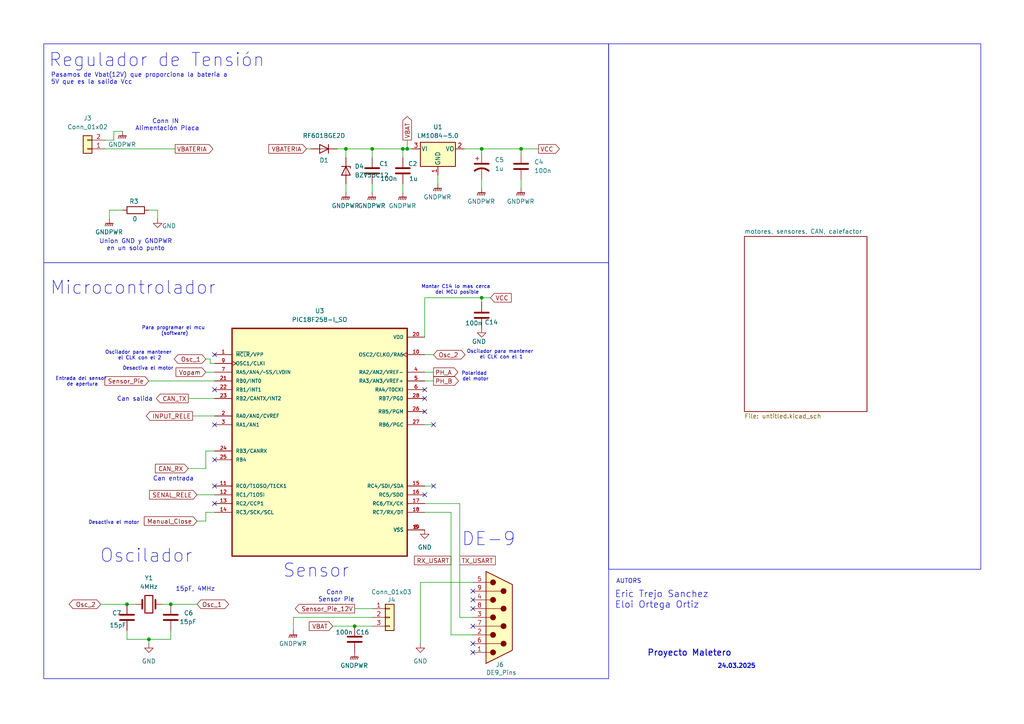
<source format=kicad_sch>
(kicad_sch (version 20250114) (generator "eeschema") (generator_version "9.0")
  (paper "A4")
  (lib_symbols
    (symbol "Connector:DE9_Pins" (pin_names (offset 1.016) (hide yes))
      (property "Reference" "J" (at 0 13.97 0))
      (property "Value" "DE9_Pins" (at 0 -14.605 0))
      (symbol "DE9_Pins_0_1"
        (polyline (pts (xy -3.81 10.16) (xy -2.54 10.16)))
        (polyline (pts (xy -3.81 7.62) (xy 0.508 7.62)))
        (polyline (pts (xy -3.81 5.08) (xy -2.54 5.08)))
        (polyline (pts (xy -3.81 2.54) (xy 0.508 2.54)))
        (polyline (pts (xy -3.81 0) (xy -2.54 0)))
        (polyline (pts (xy -3.81 -2.54) (xy 0.508 -2.54)))
        (polyline (pts (xy -3.81 -5.08) (xy -2.54 -5.08)))
        (polyline (pts (xy -3.81 -7.62) (xy 0.508 -7.62)))
        (polyline (pts (xy -3.81 -10.16) (xy -2.54 -10.16)))
        (polyline (pts (xy -3.81 -13.335) (xy -3.81 13.335) (xy 3.81 9.525) (xy 3.81 -9.525) (xy -3.81 -13.335)) (stroke (width 0.254)) (fill (type background)))
        (circle (center -1.778 10.16) (radius 0.762) (fill (type outline)))
        (circle (center -1.778 5.08) (radius 0.762) (fill (type outline)))
        (circle (center -1.778 0) (radius 0.762) (fill (type outline)))
        (circle (center -1.778 -5.08) (radius 0.762) (fill (type outline)))
        (circle (center -1.778 -10.16) (radius 0.762) (fill (type outline)))
        (circle (center 1.27 7.62) (radius 0.762) (fill (type outline)))
        (circle (center 1.27 2.54) (radius 0.762) (fill (type outline)))
        (circle (center 1.27 -2.54) (radius 0.762) (fill (type outline)))
        (circle (center 1.27 -7.62) (radius 0.762) (fill (type outline)))
      )
      (symbol "DE9_Pins_1_1"
        (pin passive line (at -7.62 10.16 0) (length 3.81) (name "5") (number "5"))
        (pin passive line (at -7.62 7.62 0) (length 3.81) (name "9") (number "9"))
        (pin passive line (at -7.62 5.08 0) (length 3.81) (name "4") (number "4"))
        (pin passive line (at -7.62 2.54 0) (length 3.81) (name "8") (number "8"))
        (pin passive line (at -7.62 0 0) (length 3.81) (name "3") (number "3"))
        (pin passive line (at -7.62 -2.54 0) (length 3.81) (name "7") (number "7"))
        (pin passive line (at -7.62 -5.08 0) (length 3.81) (name "2") (number "2"))
        (pin passive line (at -7.62 -7.62 0) (length 3.81) (name "6") (number "6"))
        (pin passive line (at -7.62 -10.16 0) (length 3.81) (name "1") (number "1"))
      )
    )
    (symbol "Connector_Generic:Conn_01x02" (pin_names (offset 1.016) (hide yes))
      (property "Reference" "J" (at 0 2.54 0))
      (property "Value" "Conn_01x02" (at 0 -5.08 0))
      (symbol "Conn_01x02_1_1"
        (rectangle (start -1.27 1.27) (end 1.27 -3.81) (stroke (width 0.254)) (fill (type background)))
        (rectangle (start -1.27 0.127) (end 0 -0.127) (stroke (width 0.1524)))
        (rectangle (start -1.27 -2.413) (end 0 -2.667) (stroke (width 0.1524)))
        (pin passive line (at -5.08 0 0) (length 3.81) (name "Pin_1") (number "1"))
        (pin passive line (at -5.08 -2.54 0) (length 3.81) (name "Pin_2") (number "2"))
      )
    )
    (symbol "Connector_Generic:Conn_01x03" (pin_names (offset 1.016) (hide yes))
      (property "Reference" "J" (at 0 5.08 0))
      (property "Value" "Conn_01x03" (at 0 -5.08 0))
      (symbol "Conn_01x03_1_1"
        (rectangle (start -1.27 3.81) (end 1.27 -3.81) (stroke (width 0.254)) (fill (type background)))
        (rectangle (start -1.27 2.667) (end 0 2.413) (stroke (width 0.1524)))
        (rectangle (start -1.27 0.127) (end 0 -0.127) (stroke (width 0.1524)))
        (rectangle (start -1.27 -2.413) (end 0 -2.667) (stroke (width 0.1524)))
        (pin passive line (at -5.08 2.54 0) (length 3.81) (name "Pin_1") (number "1"))
        (pin passive line (at -5.08 0 0) (length 3.81) (name "Pin_2") (number "2"))
        (pin passive line (at -5.08 -2.54 0) (length 3.81) (name "Pin_3") (number "3"))
      )
    )
    (symbol "Device:C" (pin_numbers (hide yes)) (pin_names (offset 0.254))
      (property "Reference" "C" (at 0.635 2.54 0))
      (property "Value" "C" (at 0.635 -2.54 0))
      (symbol "C_0_1"
        (polyline (pts (xy -2.032 0.762) (xy 2.032 0.762)) (stroke (width 0.508)))
        (polyline (pts (xy -2.032 -0.762) (xy 2.032 -0.762)) (stroke (width 0.508)))
      )
      (symbol "C_1_1"
        (pin passive line (at 0 3.81 270) (length 2.794) (name "~") (number "1"))
        (pin passive line (at 0 -3.81 90) (length 2.794) (name "~") (number "2"))
      )
    )
    (symbol "Device:C_Polarized_US" (pin_numbers (hide yes)) (pin_names (offset 0.254) (hide yes))
      (property "Reference" "C" (at 0.635 2.54 0))
      (property "Value" "C_Polarized_US" (at 0.635 -2.54 0))
      (symbol "C_Polarized_US_0_1"
        (polyline (pts (xy -2.032 0.762) (xy 2.032 0.762)) (stroke (width 0.508)))
        (polyline (pts (xy -1.778 2.286) (xy -0.762 2.286)))
        (polyline (pts (xy -1.27 1.778) (xy -1.27 2.794)))
        (arc (start -2.032 -1.27) (mid 0 -0.5572) (end 2.032 -1.27) (stroke (width 0.508)))
      )
      (symbol "C_Polarized_US_1_1"
        (pin passive line (at 0 3.81 270) (length 2.794) (name "~") (number "1"))
        (pin passive line (at 0 -3.81 90) (length 3.302) (name "~") (number "2"))
      )
    )
    (symbol "Device:Crystal" (pin_numbers (hide yes)) (pin_names (offset 1.016) (hide yes))
      (property "Reference" "Y" (at 0 3.81 0))
      (property "Value" "Crystal" (at 0 -3.81 0))
      (symbol "Crystal_0_1"
        (polyline (pts (xy -2.54 0) (xy -1.905 0)))
        (polyline (pts (xy -1.905 -1.27) (xy -1.905 1.27)) (stroke (width 0.508)))
        (rectangle (start -1.143 2.54) (end 1.143 -2.54) (stroke (width 0.3048)))
        (polyline (pts (xy 1.905 -1.27) (xy 1.905 1.27)) (stroke (width 0.508)))
        (polyline (pts (xy 2.54 0) (xy 1.905 0)))
      )
      (symbol "Crystal_1_1"
        (pin passive line (at -3.81 0 0) (length 1.27) (name "1") (number "1"))
        (pin passive line (at 3.81 0 180) (length 1.27) (name "2") (number "2"))
      )
    )
    (symbol "Device:D" (pin_numbers (hide yes)) (pin_names (offset 1.016) (hide yes))
      (property "Reference" "D" (at 0 2.54 0))
      (property "Value" "D" (at 0 -2.54 0))
      (symbol "D_0_1"
        (polyline (pts (xy -1.27 1.27) (xy -1.27 -1.27)) (stroke (width 0.254)))
        (polyline (pts (xy 1.27 1.27) (xy 1.27 -1.27) (xy -1.27 0) (xy 1.27 1.27)) (stroke (width 0.254)))
        (polyline (pts (xy 1.27 0) (xy -1.27 0)))
      )
      (symbol "D_1_1"
        (pin passive line (at -3.81 0 0) (length 2.54) (name "K") (number "1"))
        (pin passive line (at 3.81 0 180) (length 2.54) (name "A") (number "2"))
      )
    )
    (symbol "Device:R" (pin_numbers (hide yes)) (pin_names (offset 0))
      (property "Reference" "R" (at 2.032 0 90))
      (property "Value" "R" (at 0 0 90))
      (symbol "R_0_1"
        (rectangle (start -1.016 -2.54) (end 1.016 2.54) (stroke (width 0.254)))
      )
      (symbol "R_1_1"
        (pin passive line (at 0 3.81 270) (length 1.27) (name "~") (number "1"))
        (pin passive line (at 0 -3.81 90) (length 1.27) (name "~") (number "2"))
      )
    )
    (symbol "Diode:BZV55C12" (pin_numbers (hide yes)) (pin_names (hide yes))
      (property "Reference" "D" (at 0 2.54 0))
      (property "Value" "BZV55C12" (at 0 -2.54 0))
      (symbol "BZV55C12_0_1"
        (polyline (pts (xy -1.27 -1.27) (xy -1.27 1.27) (xy -0.762 1.27)) (stroke (width 0.254)))
        (polyline (pts (xy 1.27 0) (xy -1.27 0)))
        (polyline (pts (xy 1.27 -1.27) (xy 1.27 1.27) (xy -1.27 0) (xy 1.27 -1.27)) (stroke (width 0.254)))
      )
      (symbol "BZV55C12_1_1"
        (pin passive line (at -3.81 0 0) (length 2.54) (name "K") (number "1"))
        (pin passive line (at 3.81 0 180) (length 2.54) (name "A") (number "2"))
      )
    )
    (symbol "PIC18F258-I_SO:PIC18F258-I_SO" (pin_names (offset 1.016))
      (property "Reference" "U" (at -25.4 34.02 0))
      (property "Value" "PIC18F258-I_SO" (at -25.4 -37.02 0))
      (symbol "PIC18F258-I_SO_0_0"
        (rectangle (start -25.4 -33.02) (end 25.4 33.02) (stroke (width 0.41)) (fill (type background)))
        (pin input line (at -30.48 25.4 0) (length 5.08) (name "~{MCLR}/VPP") (number "1"))
        (pin input clock (at -30.48 22.86 0) (length 5.08) (name "OSC1/CLKI") (number "9"))
        (pin input line (at -30.48 20.32 0) (length 5.08) (name "RA5/AN4/~SS/LVDIN") (number "7"))
        (pin input line (at -30.48 17.78 0) (length 5.08) (name "RB0/INT0") (number "21"))
        (pin input line (at -30.48 15.24 0) (length 5.08) (name "RB1/INT1") (number "22"))
        (pin input line (at -30.48 12.7 0) (length 5.08) (name "RB2/CANTX/INT2") (number "23"))
        (pin bidirectional line (at -30.48 7.62 0) (length 5.08) (name "RA0/AN0/CVREF") (number "2"))
        (pin bidirectional line (at -30.48 5.08 0) (length 5.08) (name "RA1/AN1") (number "3"))
        (pin bidirectional line (at -30.48 -2.54 0) (length 5.08) (name "RB3/CANRX") (number "24"))
        (pin bidirectional line (at -30.48 -5.08 0) (length 5.08) (name "RB4") (number "25"))
        (pin bidirectional line (at -30.48 -12.7 0) (length 5.08) (name "RC0/T1OSO/T1CK1") (number "11"))
        (pin bidirectional line (at -30.48 -15.24 0) (length 5.08) (name "RC1/T1OSI") (number "12"))
        (pin bidirectional line (at -30.48 -17.78 0) (length 5.08) (name "RC2/CCP1") (number "13"))
        (pin bidirectional line (at -30.48 -20.32 0) (length 5.08) (name "RC3/SCK/SCL") (number "14"))
        (pin power_in line (at 30.48 30.48 180) (length 5.08) (name "VDD") (number "20"))
        (pin output clock (at 30.48 25.4 180) (length 5.08) (name "OSC2/CLKO/RA6") (number "10"))
        (pin bidirectional line (at 30.48 20.32 180) (length 5.08) (name "RA2/AN2/VREF-") (number "4"))
        (pin bidirectional line (at 30.48 17.78 180) (length 5.08) (name "RA3/AN3/VREF+") (number "5"))
        (pin bidirectional line (at 30.48 15.24 180) (length 5.08) (name "RA4/T0CKI") (number "6"))
        (pin bidirectional line (at 30.48 12.7 180) (length 5.08) (name "RB7/PGD") (number "28"))
        (pin bidirectional line (at 30.48 8.89 180) (length 5.08) (name "RB5/PGM") (number "26"))
        (pin bidirectional line (at 30.48 5.08 180) (length 5.08) (name "RB6/PGC") (number "27"))
        (pin bidirectional line (at 30.48 -12.7 180) (length 5.08) (name "RC4/SDI/SDA") (number "15"))
        (pin bidirectional line (at 30.48 -15.24 180) (length 5.08) (name "RC5/SDO") (number "16"))
        (pin bidirectional line (at 30.48 -17.78 180) (length 5.08) (name "RC6/TX/CK") (number "17"))
        (pin bidirectional line (at 30.48 -20.32 180) (length 5.08) (name "RC7/RX/DT") (number "18"))
        (pin power_in line (at 30.48 -25.4 180) (length 5.08) (name "VSS") (number "19"))
        (pin power_in line (at 30.48 -25.4 180) (length 5.08) (name "VSS") (number "8"))
      )
    )
    (symbol "Regulator_Linear:LM1084-5.0" (pin_names (offset 0.254))
      (property "Reference" "U" (at -3.81 3.175 0))
      (property "Value" "LM1084-5.0" (at 0 3.175 0))
      (symbol "LM1084-5.0_0_1"
        (rectangle (start -5.08 1.905) (end 5.08 -5.08) (stroke (width 0.254)) (fill (type background)))
      )
      (symbol "LM1084-5.0_1_1"
        (pin power_in line (at -7.62 0 0) (length 2.54) (name "VI") (number "3"))
        (pin power_in line (at 0 -7.62 90) (length 2.54) (name "GND") (number "1"))
        (pin power_out line (at 7.62 0 180) (length 2.54) (name "VO") (number "2"))
      )
    )
    (symbol "power:GND" (power) (pin_numbers (hide yes)) (pin_names (offset 0) (hide yes))
      (property "Value" "GND" (at 0 -3.81 0))
      (symbol "GND_0_1"
        (polyline (pts (xy 0 0) (xy 0 -1.27) (xy 1.27 -1.27) (xy 0 -2.54) (xy -1.27 -1.27) (xy 0 -1.27)))
      )
      (symbol "GND_1_1"
        (pin power_in line (at 0 0 270) (length 0) (name "~") (number "1"))
      )
    )
    (symbol "power:GNDPWR" (power) (pin_numbers (hide yes)) (pin_names (offset 0) (hide yes))
      (property "Value" "GNDPWR" (at 0 -3.302 0))
      (symbol "GNDPWR_0_1"
        (polyline (pts (xy -1.016 -1.27) (xy -1.27 -2.032) (xy -1.27 -2.032)) (stroke (width 0.2032)))
        (polyline (pts (xy -0.508 -1.27) (xy -0.762 -2.032) (xy -0.762 -2.032)) (stroke (width 0.2032)))
        (polyline (pts (xy 0 -1.27) (xy 0 0)))
        (polyline (pts (xy 0 -1.27) (xy -0.254 -2.032) (xy -0.254 -2.032)) (stroke (width 0.2032)))
        (polyline (pts (xy 0.508 -1.27) (xy 0.254 -2.032) (xy 0.254 -2.032)) (stroke (width 0.2032)))
        (polyline (pts (xy 1.016 -1.27) (xy -1.016 -1.27) (xy -1.016 -1.27)) (stroke (width 0.2032)))
        (polyline (pts (xy 1.016 -1.27) (xy 0.762 -2.032) (xy 0.762 -2.032) (xy 0.762 -2.032)) (stroke (width 0.2032)))
      )
      (symbol "GNDPWR_1_1"
        (pin power_in line (at 0 0 270) (length 0) (name "~") (number "1"))
      )
    )
  )
  (rectangle (start 12.7 76.2) (end 176.53 196.85))
  (rectangle (start 176.53 12.7) (end 284.48 165.1))
  (rectangle (start 12.7 12.7) (end 176.53 76.2))
  (text "Desactiva el motor" (at 33.02 151.638 0) (effects (font (size 1.016 1.016))))
  (text "Para programar el mcu\n (software)" (at 50.292 96.012 0) (effects (font (size 1.016 1.016))))
  (text "Polaridad \ndel motor" (at 137.922 109.22 0) (effects (font (size 1.016 1.016))))
  (text "Eric Trejo Sanchez\nEloi Ortega Ortiz" (at 178.308 173.99 0) (effects (font (size 1.905 1.905)) (justify left)))
  (text "DE-9" (at 141.732 156.464 0) (effects (font (size 3.81 3.81))))
  (text "Regulador de Tensión" (at 45.466 17.526 0) (effects (font (size 3.81 3.81))))
  (text "Pasamos de Vbat(12V) que proporciona la bateria a \n5V que es la salida Vcc" (at 14.732 22.86 0) (effects (font (size 1.27 1.27)) (justify left)))
  (text "Desactiva el motor" (at 42.926 106.934 0) (effects (font (size 1.016 1.016))))
  (text "Microcontrolador" (at 38.608 83.566 0) (effects (font (size 3.81 3.81))))
  (text "Sensor" (at 91.694 165.608 0) (effects (font (size 3.81 3.81))))
  (text "Union GND y GNDPWR\nen un solo punto" (at 39.37 71.12 0) (effects (font (size 1.27 1.27))))
  (text "15pF, 4MHz\n" (at 56.642 170.942 0) (effects (font (size 1.27 1.27))))
  (text "Oscilador para mantener\n el CLK con el 1" (at 145.034 102.87 0) (effects (font (size 1.016 1.016))))
  (text "Entrada del sensor \nde apertura" (at 23.876 110.744 0) (effects (font (size 1.016 1.016))))
  (text "Can salida\n" (at 39.116 115.824 0) (effects (font (size 1.27 1.27))))
  (text "Oscilador" (at 42.418 161.29 0) (effects (font (size 3.81 3.81))))
  (text "Proyecto Maletero" (at 187.706 189.484 0) (effects (font (size 1.778 1.778) (thickness 0.254) (bold yes)) (justify left)))
  (text "Montar C14 lo mas cerca \ndel MCU posible" (at 132.588 84.074 0) (effects (font (size 1.016 1.016))))
  (text "Can entrada" (at 50.292 138.938 0) (effects (font (size 1.27 1.27))))
  (text "AUTORS" (at 182.372 168.656 0) (effects (font (size 1.27 1.27))))
  (text "24.03.2025" (at 208.026 193.294 0) (effects (font (size 1.27 1.27) (thickness 0.254) (bold yes)) (justify left)))
  (text "Oscilador para mantener\n el CLK con el 2" (at 40.132 103.124 0) (effects (font (size 1.016 1.016))))
  (text "Conn IN \nAlimentación Placa" (at 48.514 36.322 0) (effects (font (size 1.27 1.27))))
  (text "Conn \nSensor Pie\n\n" (at 97.536 173.99 0) (effects (font (size 1.27 1.27))))
  (junction (at 116.84 43.18))
  (junction (at 118.11 43.18))
  (junction (at 107.95 43.18))
  (junction (at 139.7 43.18))
  (junction (at 151.13 43.18))
  (junction (at 139.7 86.36))
  (junction (at 100.33 43.18))
  (junction (at 43.18 185.42))
  (junction (at 102.87 181.61))
  (junction (at 49.53 175.26))
  (junction (at 36.83 175.26))
  (no_connect (at 125.73 140.97))
  (no_connect (at 137.16 173.99))
  (no_connect (at 123.19 113.03))
  (no_connect (at 62.23 146.05))
  (no_connect (at 137.16 189.23))
  (no_connect (at 123.19 115.57))
  (no_connect (at 137.16 171.45))
  (no_connect (at 123.19 143.51))
  (no_connect (at 123.19 119.38))
  (no_connect (at 62.23 123.19))
  (no_connect (at 62.23 113.03))
  (no_connect (at 137.16 176.53))
  (no_connect (at 125.73 123.19))
  (no_connect (at 137.16 186.69))
  (no_connect (at 62.23 133.35))
  (no_connect (at 62.23 140.97))
  (no_connect (at 137.16 181.61))
  (no_connect (at 62.23 102.87))
  (wire (pts (xy 100.33 43.18) (xy 107.95 43.18)))
  (wire (pts (xy 116.84 53.34) (xy 116.84 55.88)))
  (wire (pts (xy 57.15 151.13) (xy 59.69 151.13)))
  (wire (pts (xy 107.95 53.34) (xy 107.95 55.88)))
  (wire (pts (xy 139.7 43.18) (xy 151.13 43.18)))
  (wire (pts (xy 31.75 63.5) (xy 31.75 60.96)))
  (wire (pts (xy 134.62 43.18) (xy 139.7 43.18)))
  (wire (pts (xy 151.13 43.18) (xy 156.21 43.18)))
  (wire (pts (xy 59.69 135.89) (xy 59.69 130.81)))
  (wire (pts (xy 96.52 181.61) (xy 102.87 181.61)))
  (wire (pts (xy 43.18 185.42) (xy 49.53 185.42)))
  (wire (pts (xy 59.69 107.95) (xy 62.23 107.95)))
  (wire (pts (xy 43.18 60.96) (xy 45.72 60.96)))
  (wire (pts (xy 43.18 110.49) (xy 62.23 110.49)))
  (wire (pts (xy 102.87 176.53) (xy 107.95 176.53)))
  (wire (pts (xy 125.73 107.95) (xy 123.19 107.95)))
  (wire (pts (xy 139.7 43.18) (xy 139.7 44.45)))
  (wire (pts (xy 139.7 52.07) (xy 139.7 54.61)))
  (wire (pts (xy 107.95 43.18) (xy 107.95 45.72)))
  (wire (pts (xy 60.96 104.14) (xy 59.69 104.14)))
  (wire (pts (xy 100.33 43.18) (xy 100.33 45.72)))
  (wire (pts (xy 62.23 148.59) (xy 59.69 148.59)))
  (wire (pts (xy 29.21 175.26) (xy 36.83 175.26)))
  (wire (pts (xy 125.73 140.97) (xy 123.19 140.97)))
  (wire (pts (xy 36.83 185.42) (xy 36.83 182.88)))
  (wire (pts (xy 85.09 179.07) (xy 107.95 179.07)))
  (wire (pts (xy 59.69 148.59) (xy 59.69 151.13)))
  (wire (pts (xy 90.17 43.18) (xy 88.9 43.18)))
  (wire (pts (xy 123.19 148.59) (xy 130.81 148.59)))
  (wire (pts (xy 54.61 115.57) (xy 62.23 115.57)))
  (wire (pts (xy 125.73 102.87) (xy 123.19 102.87)))
  (wire (pts (xy 55.88 120.65) (xy 62.23 120.65)))
  (wire (pts (xy 116.84 43.18) (xy 118.11 43.18)))
  (wire (pts (xy 60.96 104.14) (xy 60.96 105.41)))
  (wire (pts (xy 85.09 179.07) (xy 85.09 182.88)))
  (wire (pts (xy 130.81 184.15) (xy 137.16 184.15)))
  (wire (pts (xy 121.92 168.91) (xy 121.92 186.69)))
  (wire (pts (xy 35.56 38.1) (xy 33.02 38.1)))
  (wire (pts (xy 30.48 43.18) (xy 50.8 43.18)))
  (wire (pts (xy 151.13 52.07) (xy 151.13 54.61)))
  (wire (pts (xy 43.18 186.69) (xy 43.18 185.42)))
  (wire (pts (xy 107.95 43.18) (xy 116.84 43.18)))
  (wire (pts (xy 46.99 175.26) (xy 49.53 175.26)))
  (wire (pts (xy 133.35 146.05) (xy 133.35 179.07)))
  (wire (pts (xy 123.19 86.36) (xy 139.7 86.36)))
  (wire (pts (xy 45.72 60.96) (xy 45.72 63.5)))
  (wire (pts (xy 137.16 168.91) (xy 121.92 168.91)))
  (wire (pts (xy 97.79 43.18) (xy 100.33 43.18)))
  (wire (pts (xy 118.11 40.64) (xy 118.11 43.18)))
  (wire (pts (xy 33.02 40.64) (xy 30.48 40.64)))
  (wire (pts (xy 59.69 130.81) (xy 62.23 130.81)))
  (wire (pts (xy 125.73 110.49) (xy 123.19 110.49)))
  (wire (pts (xy 49.53 182.88) (xy 49.53 185.42)))
  (wire (pts (xy 57.15 143.51) (xy 62.23 143.51)))
  (wire (pts (xy 133.35 179.07) (xy 137.16 179.07)))
  (wire (pts (xy 139.7 86.36) (xy 139.7 87.63)))
  (wire (pts (xy 54.61 135.89) (xy 59.69 135.89)))
  (wire (pts (xy 36.83 185.42) (xy 43.18 185.42)))
  (wire (pts (xy 125.73 123.19) (xy 123.19 123.19)))
  (wire (pts (xy 139.7 86.36) (xy 142.24 86.36)))
  (wire (pts (xy 116.84 43.18) (xy 116.84 45.72)))
  (wire (pts (xy 123.19 146.05) (xy 133.35 146.05)))
  (wire (pts (xy 102.87 181.61) (xy 107.95 181.61)))
  (wire (pts (xy 123.19 86.36) (xy 123.19 97.79)))
  (wire (pts (xy 151.13 43.18) (xy 151.13 44.45)))
  (wire (pts (xy 60.96 105.41) (xy 62.23 105.41)))
  (wire (pts (xy 130.81 148.59) (xy 130.81 184.15)))
  (wire (pts (xy 36.83 175.26) (xy 39.37 175.26)))
  (wire (pts (xy 118.11 43.18) (xy 119.38 43.18)))
  (wire (pts (xy 100.33 53.34) (xy 100.33 55.88)))
  (wire (pts (xy 33.02 38.1) (xy 33.02 40.64)))
  (wire (pts (xy 31.75 60.96) (xy 35.56 60.96)))
  (wire (pts (xy 127 50.8) (xy 127 53.34)))
  (wire (pts (xy 49.53 175.26) (xy 57.15 175.26)))
  (global_label "CAN_RX" (shape input) (at 54.61 135.89 180) (property "Intersheetrefs" "${INTERSHEET_REFS}" (effects (hide yes))))
  (global_label "VCC" (shape input) (at 142.24 86.36 0) (property "Intersheetrefs" "${INTERSHEET_REFS}" (effects (hide yes))))
  (global_label "Osc_1" (shape bidirectional) (at 57.15 175.26 0) (property "Intersheetrefs" "${INTERSHEET_REFS}" (effects (hide yes))))
  (global_label "VBAT" (shape output) (at 118.11 40.64 90) (property "Intersheetrefs" "${INTERSHEET_REFS}" (effects (hide yes))))
  (global_label "VBATERIA" (shape input) (at 88.9 43.18 180) (property "Intersheetrefs" "${INTERSHEET_REFS}" (effects (hide yes))))
  (global_label "Osc_2" (shape bidirectional) (at 29.21 175.26 180) (property "Intersheetrefs" "${INTERSHEET_REFS}" (effects (hide yes))))
  (global_label "Sensor_Pie_12V" (shape output) (at 102.87 176.53 180) (property "Intersheetrefs" "${INTERSHEET_REFS}" (effects (hide yes))))
  (global_label "Manual_Close" (shape input) (at 57.15 151.13 180) (property "Intersheetrefs" "${INTERSHEET_REFS}" (effects (hide yes))))
  (global_label "VBAT" (shape input) (at 96.52 181.61 180) (property "Intersheetrefs" "${INTERSHEET_REFS}" (effects (hide yes))))
  (global_label "TX_USART" (shape passive) (at 133.35 162.56 0) (property "Intersheetrefs" "${INTERSHEET_REFS}" (effects (hide yes))))
  (global_label "CAN_TX" (shape output) (at 54.61 115.57 180) (property "Intersheetrefs" "${INTERSHEET_REFS}" (effects (hide yes))))
  (global_label "Osc_1" (shape bidirectional) (at 59.69 104.14 180) (property "Intersheetrefs" "${INTERSHEET_REFS}" (effects (hide yes))))
  (global_label "VBATERIA" (shape output) (at 50.8 43.18 0) (property "Intersheetrefs" "${INTERSHEET_REFS}" (effects (hide yes))))
  (global_label "RX_USART" (shape passive) (at 130.81 162.56 180) (property "Intersheetrefs" "${INTERSHEET_REFS}" (effects (hide yes))))
  (global_label "INPUT_RELE" (shape output) (at 55.88 120.65 180) (property "Intersheetrefs" "${INTERSHEET_REFS}" (effects (hide yes))))
  (global_label "VCC" (shape output) (at 156.21 43.18 0) (property "Intersheetrefs" "${INTERSHEET_REFS}" (effects (hide yes))))
  (global_label "PH_B" (shape output) (at 125.73 110.49 0) (property "Intersheetrefs" "${INTERSHEET_REFS}" (effects (hide yes))))
  (global_label "PH_A" (shape output) (at 125.73 107.95 0) (property "Intersheetrefs" "${INTERSHEET_REFS}" (effects (hide yes))))
  (global_label "Osc_2" (shape bidirectional) (at 125.73 102.87 0) (property "Intersheetrefs" "${INTERSHEET_REFS}" (effects (hide yes))))
  (global_label "SENAL_RELE" (shape input) (at 57.15 143.51 180) (property "Intersheetrefs" "${INTERSHEET_REFS}" (effects (hide yes))))
  (global_label "Vopam" (shape input) (at 59.69 107.95 180) (property "Intersheetrefs" "${INTERSHEET_REFS}" (effects (hide yes))))
  (global_label "Sensor_Pie" (shape input) (at 43.18 110.49 180) (property "Intersheetrefs" "${INTERSHEET_REFS}" (effects (hide yes))))
  (symbol (lib_id "power:GNDPWR") (at 35.56 38.1 0) (unit 1)
    (property "Reference" "#PWR032" (effects (hide yes)))
    (property "Value" "GNDPWR" (at 35.433 41.91 0))
    (property "Description" "Power symbol creates a global label with name \"GNDPWR\" , global ground" (effects (hide yes)))
  )
  (symbol (lib_id "Connector_Generic:Conn_01x03") (at 113.03 179.07 0) (unit 1)
    (property "Reference" "J4" (at 113.538 173.99 0))
    (property "Value" "Conn_01x03" (at 113.538 171.704 0))
    (property "Footprint" "TerminalBlock_Phoenix:TerminalBlock_Phoenix_MKDS-1,5-3_1x03_P5.00mm_Horizontal" (effects (hide yes)))
    (property "Description" "Generic connector, single row, 01x03, script generated (kicad-library-utils/schlib/autogen/connector/)" (effects (hide yes)))
  )
  (symbol (lib_id "power:GND") (at 123.19 153.67 0) (unit 1)
    (property "Reference" "#PWR015" (effects (hide yes)))
    (property "Value" "GND" (at 123.19 158.75 0))
    (property "Description" "Power symbol creates a global label with name \"GND\" , ground" (effects (hide yes)))
  )
  (symbol (lib_id "power:GND") (at 45.72 63.5 0) (unit 1)
    (property "Reference" "#PWR040" (effects (hide yes)))
    (property "Value" "GND" (at 49.022 65.532 0))
    (property "Description" "Power symbol creates a global label with name \"GND\" , ground" (effects (hide yes)))
  )
  (symbol (lib_id "power:GNDPWR") (at 127 53.34 0) (unit 1)
    (property "Reference" "#PWR043" (effects (hide yes)))
    (property "Value" "GNDPWR" (at 126.873 57.15 0))
    (property "Description" "Power symbol creates a global label with name \"GNDPWR\" , global ground" (effects (hide yes)))
  )
  (symbol (lib_id "Device:Crystal") (at 43.18 175.26 0) (unit 1)
    (property "Reference" "Y1" (at 43.18 167.64 0))
    (property "Value" "4MHz" (at 43.18 170.18 0))
    (property "Footprint" "Crystal:Crystal_SMD_HC49-SD" (effects (hide yes)))
    (property "Description" "Two pin crystal" (effects (hide yes)))
  )
  (symbol (lib_id "power:GND") (at 43.18 186.69 0) (unit 1)
    (property "Reference" "#PWR05" (effects (hide yes)))
    (property "Value" "GND" (at 43.18 191.77 0))
    (property "Description" "Power symbol creates a global label with name \"GND\" , ground" (effects (hide yes)))
  )
  (symbol (lib_id "Regulator_Linear:LM1084-5.0") (at 127 43.18 0) (unit 1)
    (property "Reference" "U1" (at 127 36.83 0))
    (property "Value" "LM1084-5.0" (at 127 39.37 0))
    (property "Footprint" "Library:LT1117" (effects (hide yes)))
    (property "Datasheet" "http://www.ti.com/lit/ds/symlink/lm1084.pdf" (effects (hide yes)))
    (property "Description" "5A 27V Linear Regulator, Fixed Output 5.0V, TO-220/TO-263" (effects (hide yes)))
  )
  (symbol (lib_id "power:GNDPWR") (at 151.13 54.61 0) (unit 1)
    (property "Reference" "#PWR045" (effects (hide yes)))
    (property "Value" "GNDPWR" (at 151.003 58.42 0))
    (property "Description" "Power symbol creates a global label with name \"GNDPWR\" , global ground" (effects (hide yes)))
  )
  (symbol (lib_id "Connector_Generic:Conn_01x02") (at 25.4 43.18 180) (unit 1)
    (property "Reference" "J3" (at 25.4 34.29 0))
    (property "Value" "Conn_01x02" (at 25.4 36.83 0))
    (property "Footprint" "TerminalBlock_Phoenix:TerminalBlock_Phoenix_MKDS-1,5-2-5.08_1x02_P5.08mm_Horizontal" (effects (hide yes)))
    (property "Description" "Generic connector, single row, 01x02, script generated (kicad-library-utils/schlib/autogen/connector/)" (effects (hide yes)))
  )
  (symbol (lib_id "Device:C") (at 49.53 179.07 0) (unit 1)
    (property "Reference" "C6" (at 53.34 177.7999 0) (effects (justify left)))
    (property "Value" "15pF" (at 52.07 180.34 0) (effects (justify left)))
    (property "Footprint" "Capacitor_SMD:C_0805_2012Metric" (effects (hide yes)))
    (property "Description" "Unpolarized capacitor" (effects (hide yes)))
  )
  (symbol (lib_id "Device:C_Polarized_US") (at 139.7 48.26 0) (unit 1)
    (property "Reference" "C5" (at 143.51 46.3549 0) (effects (justify left)))
    (property "Value" "1u" (at 143.51 48.8949 0) (effects (justify left)))
    (property "Footprint" "Capacitor_SMD:C_0805_2012Metric" (effects (hide yes)))
    (property "Description" "Polarized capacitor, US symbol" (effects (hide yes)))
  )
  (symbol (lib_id "Device:C") (at 139.7 91.44 180) (unit 1)
    (property "Reference" "C14" (at 142.494 93.472 0))
    (property "Value" "100n" (at 137.414 93.726 0))
    (property "Footprint" "Capacitor_SMD:C_0805_2012Metric" (effects (hide yes)))
    (property "Description" "Unpolarized capacitor" (effects (hide yes)))
  )
  (symbol (lib_id "Device:C") (at 36.83 179.07 0) (unit 1)
    (property "Reference" "C7" (at 32.512 177.8 0) (effects (justify left)))
    (property "Value" "15pF" (at 31.75 181.356 0) (effects (justify left)))
    (property "Footprint" "Capacitor_SMD:C_0805_2012Metric" (effects (hide yes)))
    (property "Description" "Unpolarized capacitor" (effects (hide yes)))
  )
  (symbol (lib_id "power:GND") (at 139.7 95.25 0) (unit 1)
    (property "Reference" "#PWR028" (effects (hide yes)))
    (property "Value" "GND" (at 140.97 99.06 0) (effects (justify right)))
    (property "Description" "Power symbol creates a global label with name \"GND\" , ground" (effects (hide yes)))
  )
  (symbol (lib_id "power:GNDPWR") (at 100.33 55.88 0) (unit 1)
    (property "Reference" "#PWR035" (effects (hide yes)))
    (property "Value" "GNDPWR" (at 100.203 59.69 0))
    (property "Description" "Power symbol creates a global label with name \"GNDPWR\" , global ground" (effects (hide yes)))
  )
  (symbol (lib_id "power:GND") (at 121.92 186.69 0) (unit 1)
    (property "Reference" "#PWR034" (effects (hide yes)))
    (property "Value" "GND" (at 121.92 191.77 0))
    (property "Description" "Power symbol creates a global label with name \"GND\" , ground" (effects (hide yes)))
  )
  (symbol (lib_id "Device:D") (at 93.98 43.18 180) (unit 1)
    (property "Reference" "D1" (at 93.98 46.482 0))
    (property "Value" "RF601BGE2D" (at 93.98 39.37 0))
    (property "Footprint" "Diode_SMD:D_0805_2012Metric" (effects (hide yes)))
    (property "Description" "Diode" (effects (hide yes)))
    (property "Sim.Device" "D" (effects (hide yes)))
    (property "Sim.Pins" "1=K 2=A" (effects (hide yes)))
  )
  (symbol (lib_id "power:GNDPWR") (at 116.84 55.88 0) (unit 1)
    (property "Reference" "#PWR042" (effects (hide yes)))
    (property "Value" "GNDPWR" (at 116.713 59.69 0))
    (property "Description" "Power symbol creates a global label with name \"GNDPWR\" , global ground" (effects (hide yes)))
  )
  (symbol (lib_id "Device:C") (at 102.87 185.42 180) (unit 1)
    (property "Reference" "C16" (at 105.156 183.388 0))
    (property "Value" "100n" (at 99.822 183.388 0))
    (property "Footprint" "Capacitor_SMD:C_0805_2012Metric" (effects (hide yes)))
    (property "Description" "Unpolarized capacitor" (effects (hide yes)))
  )
  (symbol (lib_id "Device:C") (at 116.84 49.53 0) (unit 1)
    (property "Reference" "C2" (at 118.364 47.498 0) (effects (justify left)))
    (property "Value" "1u" (at 118.618 51.816 0) (effects (justify left)))
    (property "Footprint" "Capacitor_SMD:C_0805_2012Metric" (effects (hide yes)))
    (property "Description" "Unpolarized capacitor" (effects (hide yes)))
  )
  (symbol (lib_id "Device:C") (at 151.13 48.26 0) (unit 1)
    (property "Reference" "C4" (at 154.94 46.9899 0) (effects (justify left)))
    (property "Value" "100n" (at 154.94 49.5299 0) (effects (justify left)))
    (property "Footprint" "Capacitor_SMD:C_0805_2012Metric" (effects (hide yes)))
    (property "Description" "Unpolarized capacitor" (effects (hide yes)))
  )
  (symbol (lib_id "PIC18F258-I_SO:PIC18F258-I_SO") (at 92.71 128.27 0) (unit 1)
    (property "Reference" "U3" (at 92.71 90.17 0))
    (property "Value" "PIC18F258-I_SO" (at 92.71 92.71 0))
    (property "Footprint" "PIC18F258-I_SO (1):SOIC127P1030X265-28N" (effects (hide yes)))
    (property "MF" "Microchip" (effects (hide yes)))
    (property "Description_1" "Microcontroller, 32 KB Flash, 1536 RAM, 256 EEPROM, 25 I/O, SOIC-28 | Microchip Technology Inc. PIC18F258-I/SO" (effects (hide yes)))
    (property "Package" "SOIC-28 Microchip" (effects (hide yes)))
    (property "Price" "None" (effects (hide yes)))
    (property "SnapEDA_Link" "https://www.snapeda.com/parts/PIC18F258-I/SO/Microchip/view-part/?ref=snap" (effects (hide yes)))
    (property "MP" "PIC18F258-I/SO" (effects (hide yes)))
    (property "Availability" "In Stock" (effects (hide yes)))
    (property "Check_prices" "https://www.snapeda.com/parts/PIC18F258-I/SO/Microchip/view-part/?ref=eda" (effects (hide yes)))
  )
  (symbol (lib_id "power:GNDPWR") (at 139.7 54.61 0) (unit 1)
    (property "Reference" "#PWR044" (effects (hide yes)))
    (property "Value" "GNDPWR" (at 139.573 58.42 0))
    (property "Description" "Power symbol creates a global label with name \"GNDPWR\" , global ground" (effects (hide yes)))
  )
  (symbol (lib_id "Diode:BZV55C12") (at 100.33 49.53 270) (unit 1)
    (property "Reference" "D4" (at 102.87 48.2599 90) (effects (justify left)))
    (property "Value" "BZV55C12" (at 102.87 50.7999 90) (effects (justify left)))
    (property "Footprint" "Diode_SMD:D_MiniMELF" (effects (hide yes)))
    (property "Datasheet" "https://assets.nexperia.com/documents/data-sheet/BZV55_SER.pdf" (effects (hide yes)))
    (property "Description" "12V, 500mW, 5%, Zener diode, MiniMELF" (effects (hide yes)))
  )
  (symbol (lib_id "power:GNDPWR") (at 85.09 182.88 0) (unit 1)
    (property "Reference" "#PWR052" (effects (hide yes)))
    (property "Value" "GNDPWR" (at 84.963 186.69 0))
    (property "Description" "Power symbol creates a global label with name \"GNDPWR\" , global ground" (effects (hide yes)))
  )
  (symbol (lib_id "Device:R") (at 39.37 60.96 90) (unit 1) (on_board no)
    (property "Reference" "R3" (at 38.862 58.42 90))
    (property "Value" "0" (at 39.116 63.5 90))
    (property "Description" "Resistor" (effects (hide yes)))
  )
  (symbol (lib_id "power:GNDPWR") (at 107.95 55.88 0) (unit 1)
    (property "Reference" "#PWR041" (effects (hide yes)))
    (property "Value" "GNDPWR" (at 107.823 59.69 0))
    (property "Description" "Power symbol creates a global label with name \"GNDPWR\" , global ground" (effects (hide yes)))
  )
  (symbol (lib_id "Connector:DE9_Pins") (at 144.78 179.07 0) (unit 1)
    (property "Reference" "J6" (at 143.764 192.786 0) (effects (justify left)))
    (property "Value" "DE9_Pins" (at 140.97 195.072 0) (effects (justify left)))
    (property "Footprint" "Connector_Dsub:DSUB-9_Pins_Horizontal_P2.77x2.54mm_EdgePinOffset9.40mm" (effects (hide yes)))
    (property "Description" "9-pin D-SUB connector, pins (male)" (effects (hide yes)))
  )
  (symbol (lib_id "power:GNDPWR") (at 31.75 63.5 0) (unit 1)
    (property "Reference" "#PWR036" (effects (hide yes)))
    (property "Value" "GNDPWR" (at 31.623 67.31 0))
    (property "Description" "Power symbol creates a global label with name \"GNDPWR\" , global ground" (effects (hide yes)))
  )
  (symbol (lib_id "Device:C") (at 107.95 49.53 0) (unit 1)
    (property "Reference" "C1" (at 109.982 47.498 0) (effects (justify left)))
    (property "Value" "100n" (at 110.236 51.816 0) (effects (justify left)))
    (property "Footprint" "Capacitor_SMD:C_0805_2012Metric" (effects (hide yes)))
    (property "Description" "Unpolarized capacitor" (effects (hide yes)))
  )
  (symbol (lib_id "power:GNDPWR") (at 102.87 189.23 0) (unit 1)
    (property "Reference" "#PWR019" (effects (hide yes)))
    (property "Value" "GNDPWR" (at 102.743 193.04 0))
    (property "Description" "Power symbol creates a global label with name \"GNDPWR\" , global ground" (effects (hide yes)))
  )
  (sheet (at 215.9 68.58) (size 35.56 50.8) (stroke (width 0.1524))
    (property "Sheetname" "motores, sensores, CAN, calefactor" (at 215.9 67.8684 0) (effects (justify left bottom)))
    (property "Sheetfile" "untitled.kicad_sch" (at 215.9 119.9646 0) (effects (justify left top)))
  )
)
</source>
